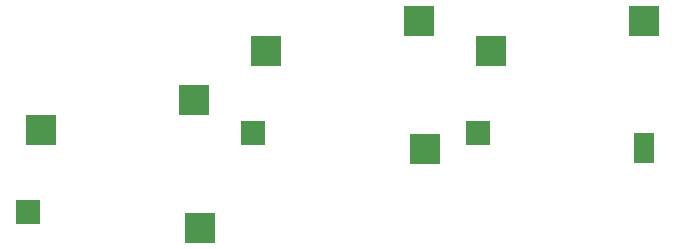
<source format=gbr>
G04 #@! TF.GenerationSoftware,KiCad,Pcbnew,(5.1.4)-1*
G04 #@! TF.CreationDate,2023-09-09T05:29:41-04:00*
G04 #@! TF.ProjectId,ThumbsUp,5468756d-6273-4557-902e-6b696361645f,rev?*
G04 #@! TF.SameCoordinates,Original*
G04 #@! TF.FileFunction,Paste,Bot*
G04 #@! TF.FilePolarity,Positive*
%FSLAX46Y46*%
G04 Gerber Fmt 4.6, Leading zero omitted, Abs format (unit mm)*
G04 Created by KiCad (PCBNEW (5.1.4)-1) date 2023-09-09 05:29:41*
%MOMM*%
%LPD*%
G04 APERTURE LIST*
%ADD10R,1.700000X2.500000*%
%ADD11R,2.000000X2.000000*%
%ADD12R,2.550000X2.500000*%
G04 APERTURE END LIST*
D10*
X-33410455Y-462081918D03*
D11*
X-47430455Y-460771918D03*
D12*
X-33388455Y-451291918D03*
X-46315455Y-453831918D03*
X-70950000Y-468860000D03*
D11*
X-85550000Y-467510000D03*
D12*
X-71508000Y-458030000D03*
X-84435000Y-460570000D03*
X-51910000Y-462121918D03*
D11*
X-66510000Y-460771918D03*
D12*
X-52468000Y-451291918D03*
X-65395000Y-453831918D03*
M02*

</source>
